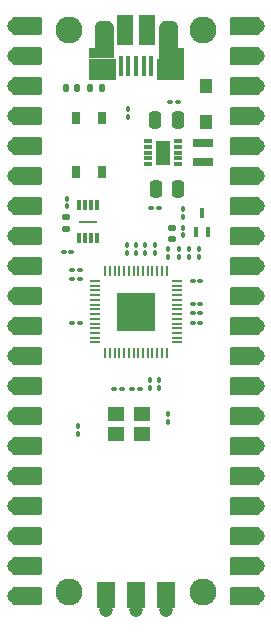
<source format=gbr>
%TF.GenerationSoftware,KiCad,Pcbnew,7.0.8*%
%TF.CreationDate,2024-02-29T17:44:05+05:30*%
%TF.ProjectId,RP2040_Breakout,52503230-3430-45f4-9272-65616b6f7574,rev?*%
%TF.SameCoordinates,Original*%
%TF.FileFunction,Soldermask,Top*%
%TF.FilePolarity,Negative*%
%FSLAX46Y46*%
G04 Gerber Fmt 4.6, Leading zero omitted, Abs format (unit mm)*
G04 Created by KiCad (PCBNEW 7.0.8) date 2024-02-29 17:44:05*
%MOMM*%
%LPD*%
G01*
G04 APERTURE LIST*
G04 Aperture macros list*
%AMRoundRect*
0 Rectangle with rounded corners*
0 $1 Rounding radius*
0 $2 $3 $4 $5 $6 $7 $8 $9 X,Y pos of 4 corners*
0 Add a 4 corners polygon primitive as box body*
4,1,4,$2,$3,$4,$5,$6,$7,$8,$9,$2,$3,0*
0 Add four circle primitives for the rounded corners*
1,1,$1+$1,$2,$3*
1,1,$1+$1,$4,$5*
1,1,$1+$1,$6,$7*
1,1,$1+$1,$8,$9*
0 Add four rect primitives between the rounded corners*
20,1,$1+$1,$2,$3,$4,$5,0*
20,1,$1+$1,$4,$5,$6,$7,0*
20,1,$1+$1,$6,$7,$8,$9,0*
20,1,$1+$1,$8,$9,$2,$3,0*%
%AMFreePoly0*
4,1,45,0.665063,0.965106,0.680902,0.965106,0.693715,0.955796,0.708779,0.950902,0.718088,0.938088,0.730902,0.928779,0.735796,0.913715,0.745106,0.900902,0.745106,0.885062,0.750000,0.870000,0.750000,-1.195000,0.745106,-1.210062,0.745106,-1.225902,0.735796,-1.238715,0.730902,-1.253779,0.718088,-1.263088,0.708779,-1.275902,0.693715,-1.280796,0.680902,-1.290106,0.665063,-1.290106,
0.650000,-1.295000,-0.660000,-1.295000,-0.675063,-1.290106,-0.690902,-1.290106,-0.703715,-1.280796,-0.718779,-1.275902,-0.728088,-1.263088,-0.740902,-1.253779,-0.745796,-1.238715,-0.755106,-1.225902,-0.755106,-1.210062,-0.760000,-1.195000,-0.760000,0.870000,-0.755106,0.885062,-0.755106,0.900902,-0.745796,0.913715,-0.740902,0.928779,-0.728088,0.938088,-0.718779,0.950902,-0.703715,0.955796,
-0.690902,0.965106,-0.675063,0.965106,-0.660000,0.970000,0.650000,0.970000,0.665063,0.965106,0.665063,0.965106,$1*%
%AMFreePoly1*
4,1,45,0.815063,0.770106,0.830902,0.770106,0.843715,0.760796,0.858779,0.755902,0.868088,0.743088,0.880902,0.733779,0.885796,0.718715,0.895106,0.705902,0.895106,0.690062,0.900000,0.675000,0.900000,-0.675000,0.895106,-0.690062,0.895106,-0.705902,0.885796,-0.718715,0.880902,-0.733779,0.868088,-0.743088,0.858779,-0.755902,0.843715,-0.760796,0.830902,-0.770106,0.815063,-0.770106,
0.800000,-0.775000,-1.470000,-0.775000,-1.485063,-0.770106,-1.500902,-0.770106,-1.513715,-0.760796,-1.528779,-0.755902,-1.538088,-0.743088,-1.550902,-0.733779,-1.555796,-0.718715,-1.565106,-0.705902,-1.565106,-0.690062,-1.570000,-0.675000,-1.570000,0.675000,-1.565106,0.690062,-1.565106,0.705902,-1.555796,0.718715,-1.550902,0.733779,-1.538088,0.743088,-1.528779,0.755902,-1.513715,0.760796,
-1.500902,0.770106,-1.485063,0.770106,-1.470000,0.775000,0.800000,0.775000,0.815063,0.770106,0.815063,0.770106,$1*%
G04 Aperture macros list end*
%ADD10C,0.010000*%
%ADD11C,0.200000*%
%ADD12C,2.286000*%
%ADD13RoundRect,0.100000X0.130000X0.100000X-0.130000X0.100000X-0.130000X-0.100000X0.130000X-0.100000X0*%
%ADD14R,1.400000X1.200000*%
%ADD15R,0.400000X0.900000*%
%ADD16RoundRect,0.100000X-0.130000X-0.100000X0.130000X-0.100000X0.130000X0.100000X-0.130000X0.100000X0*%
%ADD17R,0.850000X0.200000*%
%ADD18R,0.200000X0.850000*%
%ADD19R,3.200000X3.200000*%
%ADD20RoundRect,0.100000X0.100000X-0.130000X0.100000X0.130000X-0.100000X0.130000X-0.100000X-0.130000X0*%
%ADD21RoundRect,0.100000X-0.100000X0.130000X-0.100000X-0.130000X0.100000X-0.130000X0.100000X0.130000X0*%
%ADD22FreePoly0,0.000000*%
%ADD23C,1.200000*%
%ADD24RoundRect,0.135000X0.135000X0.185000X-0.135000X0.185000X-0.135000X-0.185000X0.135000X-0.185000X0*%
%ADD25R,0.300000X0.900000*%
%ADD26R,1.650000X0.250000*%
%ADD27RoundRect,0.140000X-0.170000X0.140000X-0.170000X-0.140000X0.170000X-0.140000X0.170000X0.140000X0*%
%ADD28R,0.400000X1.750000*%
%ADD29R,1.475000X2.500000*%
%ADD30R,0.800000X0.300000*%
%ADD31R,1.250000X2.050000*%
%ADD32FreePoly1,0.000000*%
%ADD33FreePoly1,180.000000*%
%ADD34RoundRect,0.250000X-0.250000X-0.475000X0.250000X-0.475000X0.250000X0.475000X-0.250000X0.475000X0*%
%ADD35R,0.700000X1.000000*%
%ADD36RoundRect,0.147500X-0.147500X-0.172500X0.147500X-0.172500X0.147500X0.172500X-0.147500X0.172500X0*%
%ADD37RoundRect,0.250000X0.250000X0.475000X-0.250000X0.475000X-0.250000X-0.475000X0.250000X-0.475000X0*%
%ADD38R,1.120000X1.240000*%
%ADD39R,1.800000X0.800000*%
G04 APERTURE END LIST*
%TO.C,J1*%
D10*
X141130000Y-80930000D02*
X138930000Y-80930000D01*
X138930000Y-79210000D01*
X141130000Y-79210000D01*
X141130000Y-80930000D01*
G36*
X141130000Y-80930000D02*
G01*
X138930000Y-80930000D01*
X138930000Y-79210000D01*
X141130000Y-79210000D01*
X141130000Y-80930000D01*
G37*
X135330000Y-80930000D02*
X133130000Y-80930000D01*
X133130000Y-79210000D01*
X135330000Y-79210000D01*
X135330000Y-80930000D01*
G36*
X135330000Y-80930000D02*
G01*
X133130000Y-80930000D01*
X133130000Y-79210000D01*
X135330000Y-79210000D01*
X135330000Y-80930000D01*
G37*
X140131000Y-76011000D02*
X140157000Y-76013000D01*
X140183000Y-76016000D01*
X140209000Y-76021000D01*
X140234000Y-76027000D01*
X140260000Y-76034000D01*
X140284000Y-76043000D01*
X140308000Y-76053000D01*
X140332000Y-76064000D01*
X140355000Y-76077000D01*
X140377000Y-76091000D01*
X140399000Y-76105000D01*
X140420000Y-76121000D01*
X140440000Y-76138000D01*
X140459000Y-76156000D01*
X140477000Y-76175000D01*
X140494000Y-76195000D01*
X140510000Y-76216000D01*
X140524000Y-76238000D01*
X140538000Y-76260000D01*
X140551000Y-76283000D01*
X140562000Y-76307000D01*
X140572000Y-76331000D01*
X140581000Y-76355000D01*
X140588000Y-76381000D01*
X140594000Y-76406000D01*
X140599000Y-76432000D01*
X140602000Y-76458000D01*
X140604000Y-76484000D01*
X140605000Y-76510000D01*
X140605000Y-78260000D01*
X141130000Y-78260000D01*
X141130000Y-79160000D01*
X139105000Y-79160000D01*
X139105000Y-76510000D01*
X139106000Y-76484000D01*
X139108000Y-76458000D01*
X139111000Y-76432000D01*
X139116000Y-76406000D01*
X139122000Y-76381000D01*
X139129000Y-76355000D01*
X139138000Y-76331000D01*
X139148000Y-76307000D01*
X139159000Y-76283000D01*
X139172000Y-76260000D01*
X139186000Y-76238000D01*
X139200000Y-76216000D01*
X139216000Y-76195000D01*
X139233000Y-76175000D01*
X139251000Y-76156000D01*
X139270000Y-76138000D01*
X139290000Y-76121000D01*
X139311000Y-76105000D01*
X139333000Y-76091000D01*
X139355000Y-76077000D01*
X139378000Y-76064000D01*
X139402000Y-76053000D01*
X139426000Y-76043000D01*
X139450000Y-76034000D01*
X139476000Y-76027000D01*
X139501000Y-76021000D01*
X139527000Y-76016000D01*
X139553000Y-76013000D01*
X139579000Y-76011000D01*
X139605000Y-76010000D01*
X140105000Y-76010000D01*
X140131000Y-76011000D01*
G36*
X140131000Y-76011000D02*
G01*
X140157000Y-76013000D01*
X140183000Y-76016000D01*
X140209000Y-76021000D01*
X140234000Y-76027000D01*
X140260000Y-76034000D01*
X140284000Y-76043000D01*
X140308000Y-76053000D01*
X140332000Y-76064000D01*
X140355000Y-76077000D01*
X140377000Y-76091000D01*
X140399000Y-76105000D01*
X140420000Y-76121000D01*
X140440000Y-76138000D01*
X140459000Y-76156000D01*
X140477000Y-76175000D01*
X140494000Y-76195000D01*
X140510000Y-76216000D01*
X140524000Y-76238000D01*
X140538000Y-76260000D01*
X140551000Y-76283000D01*
X140562000Y-76307000D01*
X140572000Y-76331000D01*
X140581000Y-76355000D01*
X140588000Y-76381000D01*
X140594000Y-76406000D01*
X140599000Y-76432000D01*
X140602000Y-76458000D01*
X140604000Y-76484000D01*
X140605000Y-76510000D01*
X140605000Y-78260000D01*
X141130000Y-78260000D01*
X141130000Y-79160000D01*
X139105000Y-79160000D01*
X139105000Y-76510000D01*
X139106000Y-76484000D01*
X139108000Y-76458000D01*
X139111000Y-76432000D01*
X139116000Y-76406000D01*
X139122000Y-76381000D01*
X139129000Y-76355000D01*
X139138000Y-76331000D01*
X139148000Y-76307000D01*
X139159000Y-76283000D01*
X139172000Y-76260000D01*
X139186000Y-76238000D01*
X139200000Y-76216000D01*
X139216000Y-76195000D01*
X139233000Y-76175000D01*
X139251000Y-76156000D01*
X139270000Y-76138000D01*
X139290000Y-76121000D01*
X139311000Y-76105000D01*
X139333000Y-76091000D01*
X139355000Y-76077000D01*
X139378000Y-76064000D01*
X139402000Y-76053000D01*
X139426000Y-76043000D01*
X139450000Y-76034000D01*
X139476000Y-76027000D01*
X139501000Y-76021000D01*
X139527000Y-76016000D01*
X139553000Y-76013000D01*
X139579000Y-76011000D01*
X139605000Y-76010000D01*
X140105000Y-76010000D01*
X140131000Y-76011000D01*
G37*
X134681000Y-76011000D02*
X134707000Y-76013000D01*
X134733000Y-76016000D01*
X134759000Y-76021000D01*
X134784000Y-76027000D01*
X134810000Y-76034000D01*
X134834000Y-76043000D01*
X134858000Y-76053000D01*
X134882000Y-76064000D01*
X134905000Y-76077000D01*
X134927000Y-76091000D01*
X134949000Y-76105000D01*
X134970000Y-76121000D01*
X134990000Y-76138000D01*
X135009000Y-76156000D01*
X135027000Y-76175000D01*
X135044000Y-76195000D01*
X135060000Y-76216000D01*
X135074000Y-76238000D01*
X135088000Y-76260000D01*
X135101000Y-76283000D01*
X135112000Y-76307000D01*
X135122000Y-76331000D01*
X135131000Y-76355000D01*
X135138000Y-76381000D01*
X135144000Y-76406000D01*
X135149000Y-76432000D01*
X135152000Y-76458000D01*
X135154000Y-76484000D01*
X135155000Y-76510000D01*
X135155000Y-79080000D01*
X133130000Y-79080000D01*
X133130000Y-78260000D01*
X133655000Y-78260000D01*
X133655000Y-76510000D01*
X133656000Y-76484000D01*
X133658000Y-76458000D01*
X133661000Y-76432000D01*
X133666000Y-76406000D01*
X133672000Y-76381000D01*
X133679000Y-76355000D01*
X133688000Y-76331000D01*
X133698000Y-76307000D01*
X133709000Y-76283000D01*
X133722000Y-76260000D01*
X133736000Y-76238000D01*
X133750000Y-76216000D01*
X133766000Y-76195000D01*
X133783000Y-76175000D01*
X133801000Y-76156000D01*
X133820000Y-76138000D01*
X133840000Y-76121000D01*
X133861000Y-76105000D01*
X133883000Y-76091000D01*
X133905000Y-76077000D01*
X133928000Y-76064000D01*
X133952000Y-76053000D01*
X133976000Y-76043000D01*
X134000000Y-76034000D01*
X134026000Y-76027000D01*
X134051000Y-76021000D01*
X134077000Y-76016000D01*
X134103000Y-76013000D01*
X134129000Y-76011000D01*
X134155000Y-76010000D01*
X134655000Y-76010000D01*
X134681000Y-76011000D01*
G36*
X134681000Y-76011000D02*
G01*
X134707000Y-76013000D01*
X134733000Y-76016000D01*
X134759000Y-76021000D01*
X134784000Y-76027000D01*
X134810000Y-76034000D01*
X134834000Y-76043000D01*
X134858000Y-76053000D01*
X134882000Y-76064000D01*
X134905000Y-76077000D01*
X134927000Y-76091000D01*
X134949000Y-76105000D01*
X134970000Y-76121000D01*
X134990000Y-76138000D01*
X135009000Y-76156000D01*
X135027000Y-76175000D01*
X135044000Y-76195000D01*
X135060000Y-76216000D01*
X135074000Y-76238000D01*
X135088000Y-76260000D01*
X135101000Y-76283000D01*
X135112000Y-76307000D01*
X135122000Y-76331000D01*
X135131000Y-76355000D01*
X135138000Y-76381000D01*
X135144000Y-76406000D01*
X135149000Y-76432000D01*
X135152000Y-76458000D01*
X135154000Y-76484000D01*
X135155000Y-76510000D01*
X135155000Y-79080000D01*
X133130000Y-79080000D01*
X133130000Y-78260000D01*
X133655000Y-78260000D01*
X133655000Y-76510000D01*
X133656000Y-76484000D01*
X133658000Y-76458000D01*
X133661000Y-76432000D01*
X133666000Y-76406000D01*
X133672000Y-76381000D01*
X133679000Y-76355000D01*
X133688000Y-76331000D01*
X133698000Y-76307000D01*
X133709000Y-76283000D01*
X133722000Y-76260000D01*
X133736000Y-76238000D01*
X133750000Y-76216000D01*
X133766000Y-76195000D01*
X133783000Y-76175000D01*
X133801000Y-76156000D01*
X133820000Y-76138000D01*
X133840000Y-76121000D01*
X133861000Y-76105000D01*
X133883000Y-76091000D01*
X133905000Y-76077000D01*
X133928000Y-76064000D01*
X133952000Y-76053000D01*
X133976000Y-76043000D01*
X134000000Y-76034000D01*
X134026000Y-76027000D01*
X134051000Y-76021000D01*
X134077000Y-76016000D01*
X134103000Y-76013000D01*
X134129000Y-76011000D01*
X134155000Y-76010000D01*
X134655000Y-76010000D01*
X134681000Y-76011000D01*
G37*
D11*
%TO.C,J2*%
X126790000Y-78255000D02*
X129020000Y-78255000D01*
X129020000Y-78255000D02*
X129020000Y-79605000D01*
X129020000Y-79605000D02*
X126790000Y-79605000D01*
X126790000Y-79605000D02*
X126790000Y-78255000D01*
G36*
X126790000Y-78255000D02*
G01*
X129020000Y-78255000D01*
X129020000Y-79605000D01*
X126790000Y-79605000D01*
X126790000Y-78255000D01*
G37*
X126810000Y-75715000D02*
X129040000Y-75715000D01*
X129040000Y-75715000D02*
X129040000Y-77065000D01*
X129040000Y-77065000D02*
X126810000Y-77065000D01*
X126810000Y-77065000D02*
X126810000Y-75715000D01*
G36*
X126810000Y-75715000D02*
G01*
X129040000Y-75715000D01*
X129040000Y-77065000D01*
X126810000Y-77065000D01*
X126810000Y-75715000D01*
G37*
X126810000Y-80795000D02*
X129040000Y-80795000D01*
X129040000Y-80795000D02*
X129040000Y-82145000D01*
X129040000Y-82145000D02*
X126810000Y-82145000D01*
X126810000Y-82145000D02*
X126810000Y-80795000D01*
G36*
X126810000Y-80795000D02*
G01*
X129040000Y-80795000D01*
X129040000Y-82145000D01*
X126810000Y-82145000D01*
X126810000Y-80795000D01*
G37*
X126810000Y-83335000D02*
X129040000Y-83335000D01*
X129040000Y-83335000D02*
X129040000Y-84685000D01*
X129040000Y-84685000D02*
X126810000Y-84685000D01*
X126810000Y-84685000D02*
X126810000Y-83335000D01*
G36*
X126810000Y-83335000D02*
G01*
X129040000Y-83335000D01*
X129040000Y-84685000D01*
X126810000Y-84685000D01*
X126810000Y-83335000D01*
G37*
X126810000Y-85875000D02*
X129040000Y-85875000D01*
X129040000Y-85875000D02*
X129040000Y-87225000D01*
X129040000Y-87225000D02*
X126810000Y-87225000D01*
X126810000Y-87225000D02*
X126810000Y-85875000D01*
G36*
X126810000Y-85875000D02*
G01*
X129040000Y-85875000D01*
X129040000Y-87225000D01*
X126810000Y-87225000D01*
X126810000Y-85875000D01*
G37*
X126810000Y-88415000D02*
X129040000Y-88415000D01*
X129040000Y-88415000D02*
X129040000Y-89765000D01*
X129040000Y-89765000D02*
X126810000Y-89765000D01*
X126810000Y-89765000D02*
X126810000Y-88415000D01*
G36*
X126810000Y-88415000D02*
G01*
X129040000Y-88415000D01*
X129040000Y-89765000D01*
X126810000Y-89765000D01*
X126810000Y-88415000D01*
G37*
X126810000Y-90955000D02*
X129040000Y-90955000D01*
X129040000Y-90955000D02*
X129040000Y-92305000D01*
X129040000Y-92305000D02*
X126810000Y-92305000D01*
X126810000Y-92305000D02*
X126810000Y-90955000D01*
G36*
X126810000Y-90955000D02*
G01*
X129040000Y-90955000D01*
X129040000Y-92305000D01*
X126810000Y-92305000D01*
X126810000Y-90955000D01*
G37*
X126810000Y-93495000D02*
X129040000Y-93495000D01*
X129040000Y-93495000D02*
X129040000Y-94845000D01*
X129040000Y-94845000D02*
X126810000Y-94845000D01*
X126810000Y-94845000D02*
X126810000Y-93495000D01*
G36*
X126810000Y-93495000D02*
G01*
X129040000Y-93495000D01*
X129040000Y-94845000D01*
X126810000Y-94845000D01*
X126810000Y-93495000D01*
G37*
X126810000Y-96035000D02*
X129040000Y-96035000D01*
X129040000Y-96035000D02*
X129040000Y-97385000D01*
X129040000Y-97385000D02*
X126810000Y-97385000D01*
X126810000Y-97385000D02*
X126810000Y-96035000D01*
G36*
X126810000Y-96035000D02*
G01*
X129040000Y-96035000D01*
X129040000Y-97385000D01*
X126810000Y-97385000D01*
X126810000Y-96035000D01*
G37*
X126810000Y-98575000D02*
X129040000Y-98575000D01*
X129040000Y-98575000D02*
X129040000Y-99925000D01*
X129040000Y-99925000D02*
X126810000Y-99925000D01*
X126810000Y-99925000D02*
X126810000Y-98575000D01*
G36*
X126810000Y-98575000D02*
G01*
X129040000Y-98575000D01*
X129040000Y-99925000D01*
X126810000Y-99925000D01*
X126810000Y-98575000D01*
G37*
X126810000Y-101115000D02*
X129040000Y-101115000D01*
X129040000Y-101115000D02*
X129040000Y-102465000D01*
X129040000Y-102465000D02*
X126810000Y-102465000D01*
X126810000Y-102465000D02*
X126810000Y-101115000D01*
G36*
X126810000Y-101115000D02*
G01*
X129040000Y-101115000D01*
X129040000Y-102465000D01*
X126810000Y-102465000D01*
X126810000Y-101115000D01*
G37*
X126810000Y-103655000D02*
X129040000Y-103655000D01*
X129040000Y-103655000D02*
X129040000Y-105005000D01*
X129040000Y-105005000D02*
X126810000Y-105005000D01*
X126810000Y-105005000D02*
X126810000Y-103655000D01*
G36*
X126810000Y-103655000D02*
G01*
X129040000Y-103655000D01*
X129040000Y-105005000D01*
X126810000Y-105005000D01*
X126810000Y-103655000D01*
G37*
X126810000Y-106195000D02*
X129040000Y-106195000D01*
X129040000Y-106195000D02*
X129040000Y-107545000D01*
X129040000Y-107545000D02*
X126810000Y-107545000D01*
X126810000Y-107545000D02*
X126810000Y-106195000D01*
G36*
X126810000Y-106195000D02*
G01*
X129040000Y-106195000D01*
X129040000Y-107545000D01*
X126810000Y-107545000D01*
X126810000Y-106195000D01*
G37*
X126810000Y-108735000D02*
X129040000Y-108735000D01*
X129040000Y-108735000D02*
X129040000Y-110085000D01*
X129040000Y-110085000D02*
X126810000Y-110085000D01*
X126810000Y-110085000D02*
X126810000Y-108735000D01*
G36*
X126810000Y-108735000D02*
G01*
X129040000Y-108735000D01*
X129040000Y-110085000D01*
X126810000Y-110085000D01*
X126810000Y-108735000D01*
G37*
X126810000Y-111275000D02*
X129040000Y-111275000D01*
X129040000Y-111275000D02*
X129040000Y-112625000D01*
X129040000Y-112625000D02*
X126810000Y-112625000D01*
X126810000Y-112625000D02*
X126810000Y-111275000D01*
G36*
X126810000Y-111275000D02*
G01*
X129040000Y-111275000D01*
X129040000Y-112625000D01*
X126810000Y-112625000D01*
X126810000Y-111275000D01*
G37*
X126810000Y-113815000D02*
X129040000Y-113815000D01*
X129040000Y-113815000D02*
X129040000Y-115165000D01*
X129040000Y-115165000D02*
X126810000Y-115165000D01*
X126810000Y-115165000D02*
X126810000Y-113815000D01*
G36*
X126810000Y-113815000D02*
G01*
X129040000Y-113815000D01*
X129040000Y-115165000D01*
X126810000Y-115165000D01*
X126810000Y-113815000D01*
G37*
X126810000Y-116355000D02*
X129040000Y-116355000D01*
X129040000Y-116355000D02*
X129040000Y-117705000D01*
X129040000Y-117705000D02*
X126810000Y-117705000D01*
X126810000Y-117705000D02*
X126810000Y-116355000D01*
G36*
X126810000Y-116355000D02*
G01*
X129040000Y-116355000D01*
X129040000Y-117705000D01*
X126810000Y-117705000D01*
X126810000Y-116355000D01*
G37*
X126810000Y-118895000D02*
X129040000Y-118895000D01*
X129040000Y-118895000D02*
X129040000Y-120245000D01*
X129040000Y-120245000D02*
X126810000Y-120245000D01*
X126810000Y-120245000D02*
X126810000Y-118895000D01*
G36*
X126810000Y-118895000D02*
G01*
X129040000Y-118895000D01*
X129040000Y-120245000D01*
X126810000Y-120245000D01*
X126810000Y-118895000D01*
G37*
X126810000Y-121435000D02*
X129040000Y-121435000D01*
X129040000Y-121435000D02*
X129040000Y-122785000D01*
X129040000Y-122785000D02*
X126810000Y-122785000D01*
X126810000Y-122785000D02*
X126810000Y-121435000D01*
G36*
X126810000Y-121435000D02*
G01*
X129040000Y-121435000D01*
X129040000Y-122785000D01*
X126810000Y-122785000D01*
X126810000Y-121435000D01*
G37*
X126810000Y-123975000D02*
X129040000Y-123975000D01*
X129040000Y-123975000D02*
X129040000Y-125325000D01*
X129040000Y-125325000D02*
X126810000Y-125325000D01*
X126810000Y-125325000D02*
X126810000Y-123975000D01*
G36*
X126810000Y-123975000D02*
G01*
X129040000Y-123975000D01*
X129040000Y-125325000D01*
X126810000Y-125325000D01*
X126810000Y-123975000D01*
G37*
X147450000Y-77065000D02*
X145220000Y-77065000D01*
X145220000Y-77065000D02*
X145220000Y-75715000D01*
X145220000Y-75715000D02*
X147450000Y-75715000D01*
X147450000Y-75715000D02*
X147450000Y-77065000D01*
G36*
X147450000Y-77065000D02*
G01*
X145220000Y-77065000D01*
X145220000Y-75715000D01*
X147450000Y-75715000D01*
X147450000Y-77065000D01*
G37*
X147450000Y-79605000D02*
X145220000Y-79605000D01*
X145220000Y-79605000D02*
X145220000Y-78255000D01*
X145220000Y-78255000D02*
X147450000Y-78255000D01*
X147450000Y-78255000D02*
X147450000Y-79605000D01*
G36*
X147450000Y-79605000D02*
G01*
X145220000Y-79605000D01*
X145220000Y-78255000D01*
X147450000Y-78255000D01*
X147450000Y-79605000D01*
G37*
X147450000Y-82145000D02*
X145220000Y-82145000D01*
X145220000Y-82145000D02*
X145220000Y-80795000D01*
X145220000Y-80795000D02*
X147450000Y-80795000D01*
X147450000Y-80795000D02*
X147450000Y-82145000D01*
G36*
X147450000Y-82145000D02*
G01*
X145220000Y-82145000D01*
X145220000Y-80795000D01*
X147450000Y-80795000D01*
X147450000Y-82145000D01*
G37*
X147450000Y-84685000D02*
X145220000Y-84685000D01*
X145220000Y-84685000D02*
X145220000Y-83335000D01*
X145220000Y-83335000D02*
X147450000Y-83335000D01*
X147450000Y-83335000D02*
X147450000Y-84685000D01*
G36*
X147450000Y-84685000D02*
G01*
X145220000Y-84685000D01*
X145220000Y-83335000D01*
X147450000Y-83335000D01*
X147450000Y-84685000D01*
G37*
X147450000Y-87225000D02*
X145220000Y-87225000D01*
X145220000Y-87225000D02*
X145220000Y-85875000D01*
X145220000Y-85875000D02*
X147450000Y-85875000D01*
X147450000Y-85875000D02*
X147450000Y-87225000D01*
G36*
X147450000Y-87225000D02*
G01*
X145220000Y-87225000D01*
X145220000Y-85875000D01*
X147450000Y-85875000D01*
X147450000Y-87225000D01*
G37*
X147450000Y-89765000D02*
X145220000Y-89765000D01*
X145220000Y-89765000D02*
X145220000Y-88415000D01*
X145220000Y-88415000D02*
X147450000Y-88415000D01*
X147450000Y-88415000D02*
X147450000Y-89765000D01*
G36*
X147450000Y-89765000D02*
G01*
X145220000Y-89765000D01*
X145220000Y-88415000D01*
X147450000Y-88415000D01*
X147450000Y-89765000D01*
G37*
X147450000Y-92305000D02*
X145220000Y-92305000D01*
X145220000Y-92305000D02*
X145220000Y-90955000D01*
X145220000Y-90955000D02*
X147450000Y-90955000D01*
X147450000Y-90955000D02*
X147450000Y-92305000D01*
G36*
X147450000Y-92305000D02*
G01*
X145220000Y-92305000D01*
X145220000Y-90955000D01*
X147450000Y-90955000D01*
X147450000Y-92305000D01*
G37*
X147450000Y-94845000D02*
X145220000Y-94845000D01*
X145220000Y-94845000D02*
X145220000Y-93495000D01*
X145220000Y-93495000D02*
X147450000Y-93495000D01*
X147450000Y-93495000D02*
X147450000Y-94845000D01*
G36*
X147450000Y-94845000D02*
G01*
X145220000Y-94845000D01*
X145220000Y-93495000D01*
X147450000Y-93495000D01*
X147450000Y-94845000D01*
G37*
X147450000Y-97385000D02*
X145220000Y-97385000D01*
X145220000Y-97385000D02*
X145220000Y-96035000D01*
X145220000Y-96035000D02*
X147450000Y-96035000D01*
X147450000Y-96035000D02*
X147450000Y-97385000D01*
G36*
X147450000Y-97385000D02*
G01*
X145220000Y-97385000D01*
X145220000Y-96035000D01*
X147450000Y-96035000D01*
X147450000Y-97385000D01*
G37*
X147450000Y-99925000D02*
X145220000Y-99925000D01*
X145220000Y-99925000D02*
X145220000Y-98575000D01*
X145220000Y-98575000D02*
X147450000Y-98575000D01*
X147450000Y-98575000D02*
X147450000Y-99925000D01*
G36*
X147450000Y-99925000D02*
G01*
X145220000Y-99925000D01*
X145220000Y-98575000D01*
X147450000Y-98575000D01*
X147450000Y-99925000D01*
G37*
X147450000Y-102465000D02*
X145220000Y-102465000D01*
X145220000Y-102465000D02*
X145220000Y-101115000D01*
X145220000Y-101115000D02*
X147450000Y-101115000D01*
X147450000Y-101115000D02*
X147450000Y-102465000D01*
G36*
X147450000Y-102465000D02*
G01*
X145220000Y-102465000D01*
X145220000Y-101115000D01*
X147450000Y-101115000D01*
X147450000Y-102465000D01*
G37*
X147450000Y-105005000D02*
X145220000Y-105005000D01*
X145220000Y-105005000D02*
X145220000Y-103655000D01*
X145220000Y-103655000D02*
X147450000Y-103655000D01*
X147450000Y-103655000D02*
X147450000Y-105005000D01*
G36*
X147450000Y-105005000D02*
G01*
X145220000Y-105005000D01*
X145220000Y-103655000D01*
X147450000Y-103655000D01*
X147450000Y-105005000D01*
G37*
X147450000Y-107545000D02*
X145220000Y-107545000D01*
X145220000Y-107545000D02*
X145220000Y-106195000D01*
X145220000Y-106195000D02*
X147450000Y-106195000D01*
X147450000Y-106195000D02*
X147450000Y-107545000D01*
G36*
X147450000Y-107545000D02*
G01*
X145220000Y-107545000D01*
X145220000Y-106195000D01*
X147450000Y-106195000D01*
X147450000Y-107545000D01*
G37*
X147450000Y-110085000D02*
X145220000Y-110085000D01*
X145220000Y-110085000D02*
X145220000Y-108735000D01*
X145220000Y-108735000D02*
X147450000Y-108735000D01*
X147450000Y-108735000D02*
X147450000Y-110085000D01*
G36*
X147450000Y-110085000D02*
G01*
X145220000Y-110085000D01*
X145220000Y-108735000D01*
X147450000Y-108735000D01*
X147450000Y-110085000D01*
G37*
X147450000Y-112625000D02*
X145220000Y-112625000D01*
X145220000Y-112625000D02*
X145220000Y-111275000D01*
X145220000Y-111275000D02*
X147450000Y-111275000D01*
X147450000Y-111275000D02*
X147450000Y-112625000D01*
G36*
X147450000Y-112625000D02*
G01*
X145220000Y-112625000D01*
X145220000Y-111275000D01*
X147450000Y-111275000D01*
X147450000Y-112625000D01*
G37*
X147450000Y-115165000D02*
X145220000Y-115165000D01*
X145220000Y-115165000D02*
X145220000Y-113815000D01*
X145220000Y-113815000D02*
X147450000Y-113815000D01*
X147450000Y-113815000D02*
X147450000Y-115165000D01*
G36*
X147450000Y-115165000D02*
G01*
X145220000Y-115165000D01*
X145220000Y-113815000D01*
X147450000Y-113815000D01*
X147450000Y-115165000D01*
G37*
X147450000Y-117705000D02*
X145220000Y-117705000D01*
X145220000Y-117705000D02*
X145220000Y-116355000D01*
X145220000Y-116355000D02*
X147450000Y-116355000D01*
X147450000Y-116355000D02*
X147450000Y-117705000D01*
G36*
X147450000Y-117705000D02*
G01*
X145220000Y-117705000D01*
X145220000Y-116355000D01*
X147450000Y-116355000D01*
X147450000Y-117705000D01*
G37*
X147450000Y-120245000D02*
X145220000Y-120245000D01*
X145220000Y-120245000D02*
X145220000Y-118895000D01*
X145220000Y-118895000D02*
X147450000Y-118895000D01*
X147450000Y-118895000D02*
X147450000Y-120245000D01*
G36*
X147450000Y-120245000D02*
G01*
X145220000Y-120245000D01*
X145220000Y-118895000D01*
X147450000Y-118895000D01*
X147450000Y-120245000D01*
G37*
X147450000Y-122785000D02*
X145220000Y-122785000D01*
X145220000Y-122785000D02*
X145220000Y-121435000D01*
X145220000Y-121435000D02*
X147450000Y-121435000D01*
X147450000Y-121435000D02*
X147450000Y-122785000D01*
G36*
X147450000Y-122785000D02*
G01*
X145220000Y-122785000D01*
X145220000Y-121435000D01*
X147450000Y-121435000D01*
X147450000Y-122785000D01*
G37*
X147450000Y-125325000D02*
X145220000Y-125325000D01*
X145220000Y-125325000D02*
X145220000Y-123975000D01*
X145220000Y-123975000D02*
X147450000Y-123975000D01*
X147450000Y-123975000D02*
X147450000Y-125325000D01*
G36*
X147450000Y-125325000D02*
G01*
X145220000Y-125325000D01*
X145220000Y-123975000D01*
X147450000Y-123975000D01*
X147450000Y-125325000D01*
G37*
%TD*%
D12*
%TO.C,H1*%
X131430000Y-76720000D03*
%TD*%
D13*
%TO.C,C1*%
X132390000Y-97100000D03*
X131750000Y-97100000D03*
%TD*%
%TO.C,R1*%
X142590000Y-99950000D03*
X141950000Y-99950000D03*
%TD*%
D14*
%TO.C,Y1*%
X135480000Y-110960000D03*
X137680000Y-110960000D03*
X137680000Y-109260000D03*
X135480000Y-109260000D03*
%TD*%
D13*
%TO.C,R8*%
X137460000Y-107150000D03*
X136820000Y-107150000D03*
%TD*%
D15*
%TO.C,Q1*%
X142250000Y-93860000D03*
X143250000Y-93860000D03*
X142750000Y-92260000D03*
%TD*%
D16*
%TO.C,C4*%
X141950000Y-98010000D03*
X142590000Y-98010000D03*
%TD*%
D12*
%TO.C,H4*%
X142830000Y-124320000D03*
%TD*%
D13*
%TO.C,C10*%
X132390000Y-97870000D03*
X131750000Y-97870000D03*
%TD*%
D16*
%TO.C,R7*%
X135290000Y-107150000D03*
X135930000Y-107150000D03*
%TD*%
D17*
%TO.C,IC1*%
X133680000Y-98010000D03*
X133680000Y-98410000D03*
X133680000Y-98810000D03*
X133680000Y-99210000D03*
X133680000Y-99610000D03*
X133680000Y-100010000D03*
X133680000Y-100410000D03*
X133680000Y-100810000D03*
X133680000Y-101210000D03*
X133680000Y-101610000D03*
X133680000Y-102010000D03*
X133680000Y-102410000D03*
X133680000Y-102810000D03*
X133680000Y-103210000D03*
D18*
X134530000Y-104060000D03*
X134930000Y-104060000D03*
X135330000Y-104060000D03*
X135730000Y-104060000D03*
X136130000Y-104060000D03*
X136530000Y-104060000D03*
X136930000Y-104060000D03*
X137330000Y-104060000D03*
X137730000Y-104060000D03*
X138130000Y-104060000D03*
X138530000Y-104060000D03*
X138930000Y-104060000D03*
X139330000Y-104060000D03*
X139730000Y-104060000D03*
D17*
X140580000Y-103210000D03*
X140580000Y-102810000D03*
X140580000Y-102410000D03*
X140580000Y-102010000D03*
X140580000Y-101610000D03*
X140580000Y-101210000D03*
X140580000Y-100810000D03*
X140580000Y-100410000D03*
X140580000Y-100010000D03*
X140580000Y-99610000D03*
X140580000Y-99210000D03*
X140580000Y-98810000D03*
X140580000Y-98410000D03*
X140580000Y-98010000D03*
D18*
X139730000Y-97160000D03*
X139330000Y-97160000D03*
X138930000Y-97160000D03*
X138530000Y-97160000D03*
X138130000Y-97160000D03*
X137730000Y-97160000D03*
X137330000Y-97160000D03*
X136930000Y-97160000D03*
X136530000Y-97160000D03*
X136130000Y-97160000D03*
X135730000Y-97160000D03*
X135330000Y-97160000D03*
X134930000Y-97160000D03*
X134530000Y-97160000D03*
D19*
X137130000Y-100610000D03*
%TD*%
D20*
%TO.C,C15*%
X140740000Y-95970000D03*
X140740000Y-95330000D03*
%TD*%
D12*
%TO.C,H3*%
X131430000Y-124320000D03*
%TD*%
D21*
%TO.C,R10*%
X141610000Y-95330000D03*
X141610000Y-95970000D03*
%TD*%
D20*
%TO.C,R15*%
X141140000Y-94120000D03*
X141140000Y-93480000D03*
%TD*%
D13*
%TO.C,R13*%
X131660000Y-95570000D03*
X131020000Y-95570000D03*
%TD*%
D20*
%TO.C,R14*%
X141150000Y-92580000D03*
X141150000Y-91940000D03*
%TD*%
D13*
%TO.C,C9*%
X132370000Y-101590000D03*
X131730000Y-101590000D03*
%TD*%
D21*
%TO.C,C14*%
X139860000Y-109290000D03*
X139860000Y-109930000D03*
%TD*%
D20*
%TO.C,R12*%
X136420000Y-84100000D03*
X136420000Y-83460000D03*
%TD*%
%TO.C,C3*%
X137140000Y-95600000D03*
X137140000Y-94960000D03*
%TD*%
D22*
%TO.C,J3*%
X134590000Y-124410000D03*
D23*
X134590000Y-125850000D03*
D22*
X137130000Y-124410000D03*
D23*
X137130000Y-125850000D03*
D22*
X139670000Y-124410000D03*
D23*
X139670000Y-125850000D03*
%TD*%
D21*
%TO.C,C2*%
X138320000Y-106420000D03*
X138320000Y-107060000D03*
%TD*%
D13*
%TO.C,R3*%
X140680000Y-82850000D03*
X140040000Y-82850000D03*
%TD*%
D24*
%TO.C,R9*%
X134290000Y-81670000D03*
X133270000Y-81670000D03*
%TD*%
D25*
%TO.C,IC3*%
X132302500Y-94380000D03*
X132802500Y-94380000D03*
X133302500Y-94380000D03*
X133802500Y-94380000D03*
X133802500Y-91580000D03*
X133302500Y-91580000D03*
X132802500Y-91580000D03*
X132302500Y-91580000D03*
D26*
X133052500Y-92980000D03*
%TD*%
D27*
%TO.C,C18*%
X140160000Y-93480000D03*
X140160000Y-94440000D03*
%TD*%
D20*
%TO.C,C16*%
X131270000Y-91670000D03*
X131270000Y-91030000D03*
%TD*%
D12*
%TO.C,H2*%
X142830000Y-76720000D03*
%TD*%
D28*
%TO.C,J1*%
X138430000Y-79835000D03*
X137780000Y-79835000D03*
X137130000Y-79835000D03*
X136480000Y-79835000D03*
X135830000Y-79835000D03*
D29*
X136192500Y-76760000D03*
X138067500Y-76760000D03*
%TD*%
D30*
%TO.C,IC2*%
X140670000Y-88127500D03*
X140670000Y-87627500D03*
X140670000Y-87127500D03*
X140670000Y-86627500D03*
X140670000Y-86127500D03*
X138170000Y-86127500D03*
X138170000Y-86627500D03*
X138170000Y-87127500D03*
X138170000Y-87627500D03*
X138170000Y-88127500D03*
D31*
X139420000Y-87127500D03*
%TD*%
D20*
%TO.C,C13*%
X132240000Y-110950000D03*
X132240000Y-110310000D03*
%TD*%
%TO.C,R11*%
X142490000Y-95970000D03*
X142490000Y-95330000D03*
%TD*%
D23*
%TO.C,J2*%
X126790000Y-76390000D03*
D32*
X128240000Y-76390000D03*
D23*
X126770000Y-78930000D03*
D32*
X128220000Y-78930000D03*
D23*
X126790000Y-81470000D03*
D32*
X128240000Y-81470000D03*
D23*
X126790000Y-84010000D03*
D32*
X128240000Y-84010000D03*
D23*
X126790000Y-86550000D03*
D32*
X128240000Y-86550000D03*
D23*
X126790000Y-89090000D03*
D32*
X128240000Y-89090000D03*
D23*
X126790000Y-91630000D03*
D32*
X128240000Y-91630000D03*
D23*
X126790000Y-94170000D03*
D32*
X128240000Y-94170000D03*
D23*
X126790000Y-96710000D03*
D32*
X128240000Y-96710000D03*
D23*
X126790000Y-99250000D03*
D32*
X128240000Y-99250000D03*
D23*
X126790000Y-101790000D03*
D32*
X128240000Y-101790000D03*
D23*
X126790000Y-104330000D03*
D32*
X128240000Y-104330000D03*
D23*
X126790000Y-106870000D03*
D32*
X128240000Y-106870000D03*
D23*
X126790000Y-109410000D03*
D32*
X128240000Y-109410000D03*
D23*
X126790000Y-111950000D03*
D32*
X128240000Y-111950000D03*
D23*
X126790000Y-114490000D03*
D32*
X128240000Y-114490000D03*
D23*
X126790000Y-117030000D03*
D32*
X128240000Y-117030000D03*
D23*
X126790000Y-119570000D03*
D32*
X128240000Y-119570000D03*
D23*
X126790000Y-122110000D03*
D32*
X128240000Y-122110000D03*
D23*
X126790000Y-124650000D03*
D32*
X128240000Y-124650000D03*
D33*
X146020000Y-124650000D03*
D23*
X147470000Y-124650000D03*
D33*
X146020000Y-122110000D03*
D23*
X147470000Y-122110000D03*
D33*
X146020000Y-119570000D03*
D23*
X147470000Y-119570000D03*
D33*
X146020000Y-117030000D03*
D23*
X147470000Y-117030000D03*
D33*
X146020000Y-114490000D03*
D23*
X147470000Y-114490000D03*
D33*
X146020000Y-111950000D03*
D23*
X147470000Y-111950000D03*
D33*
X146020000Y-109410000D03*
D23*
X147470000Y-109410000D03*
D33*
X146020000Y-106870000D03*
D23*
X147470000Y-106870000D03*
D33*
X146020000Y-104330000D03*
D23*
X147470000Y-104330000D03*
D33*
X146020000Y-101790000D03*
D23*
X147470000Y-101790000D03*
D33*
X146020000Y-99250000D03*
D23*
X147470000Y-99250000D03*
D33*
X146020000Y-96710000D03*
D23*
X147470000Y-96710000D03*
D33*
X146020000Y-94170000D03*
D23*
X147470000Y-94170000D03*
D33*
X146020000Y-91630000D03*
D23*
X147470000Y-91630000D03*
D33*
X146020000Y-89090000D03*
D23*
X147470000Y-89090000D03*
D33*
X146020000Y-86550000D03*
D23*
X147470000Y-86550000D03*
D33*
X146020000Y-84010000D03*
D23*
X147470000Y-84010000D03*
D33*
X146020000Y-81470000D03*
D23*
X147470000Y-81470000D03*
D33*
X146020000Y-78930000D03*
D23*
X147470000Y-78930000D03*
D33*
X146020000Y-76390000D03*
D23*
X147470000Y-76390000D03*
%TD*%
D16*
%TO.C,R4*%
X138440000Y-91830000D03*
X139080000Y-91830000D03*
%TD*%
D34*
%TO.C,C11*%
X138810000Y-90190000D03*
X140710000Y-90190000D03*
%TD*%
D21*
%TO.C,R5*%
X137920000Y-94960000D03*
X137920000Y-95600000D03*
%TD*%
D35*
%TO.C,S1*%
X132075000Y-88740000D03*
X132075000Y-84240000D03*
X134225000Y-88740000D03*
X134225000Y-84240000D03*
%TD*%
D36*
%TO.C,D2*%
X131175000Y-81670000D03*
X132145000Y-81670000D03*
%TD*%
D16*
%TO.C,R2*%
X141950000Y-100690000D03*
X142590000Y-100690000D03*
%TD*%
D27*
%TO.C,C17*%
X131180000Y-92610000D03*
X131180000Y-93570000D03*
%TD*%
D37*
%TO.C,C12*%
X140670000Y-84360000D03*
X138770000Y-84360000D03*
%TD*%
D38*
%TO.C,D1*%
X143050000Y-84520000D03*
X143050000Y-81520000D03*
%TD*%
D20*
%TO.C,C8*%
X139870000Y-95970000D03*
X139870000Y-95330000D03*
%TD*%
%TO.C,C7*%
X136360000Y-95600000D03*
X136360000Y-94960000D03*
%TD*%
D21*
%TO.C,R6*%
X138760000Y-94960000D03*
X138760000Y-95600000D03*
%TD*%
D39*
%TO.C,L1*%
X142800000Y-86310000D03*
X142800000Y-87910000D03*
%TD*%
D21*
%TO.C,C6*%
X139110000Y-106420000D03*
X139110000Y-107060000D03*
%TD*%
D16*
%TO.C,C5*%
X141950000Y-101590000D03*
X142590000Y-101590000D03*
%TD*%
M02*

</source>
